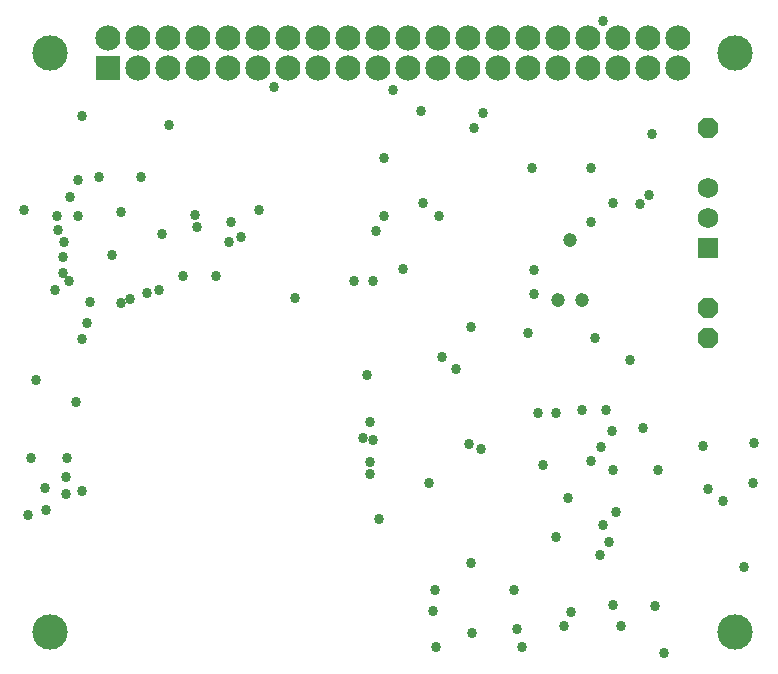
<source format=gbs>
G75*
%MOIN*%
%OFA0B0*%
%FSLAX25Y25*%
%IPPOS*%
%LPD*%
%AMOC8*
5,1,8,0,0,1.08239X$1,22.5*
%
%ADD10C,0.11824*%
%ADD11R,0.08400X0.08400*%
%ADD12C,0.08400*%
%ADD13OC8,0.06737*%
%ADD14R,0.06800X0.06800*%
%ADD15C,0.06800*%
%ADD16C,0.04700*%
%ADD17C,0.03400*%
D10*
X0092327Y0020973D03*
X0320673Y0020973D03*
X0320673Y0213886D03*
X0092327Y0213886D03*
D11*
X0111500Y0208886D03*
D12*
X0121500Y0208886D03*
X0131500Y0208886D03*
X0141500Y0208886D03*
X0151500Y0208886D03*
X0161500Y0208886D03*
X0171500Y0208886D03*
X0181500Y0208886D03*
X0191500Y0208886D03*
X0201500Y0208886D03*
X0211500Y0208886D03*
X0221500Y0208886D03*
X0231500Y0208886D03*
X0241500Y0208886D03*
X0251500Y0208886D03*
X0261500Y0208886D03*
X0271500Y0208886D03*
X0281500Y0208886D03*
X0291500Y0208886D03*
X0301500Y0208886D03*
X0301500Y0218886D03*
X0291500Y0218886D03*
X0281500Y0218886D03*
X0271500Y0218886D03*
X0261500Y0218886D03*
X0251500Y0218886D03*
X0241500Y0218886D03*
X0231500Y0218886D03*
X0221500Y0218886D03*
X0211500Y0218886D03*
X0201500Y0218886D03*
X0191500Y0218886D03*
X0181500Y0218886D03*
X0171500Y0218886D03*
X0161500Y0218886D03*
X0151500Y0218886D03*
X0141500Y0218886D03*
X0131500Y0218886D03*
X0121500Y0218886D03*
X0111500Y0218886D03*
D13*
X0311500Y0188886D03*
X0311500Y0128886D03*
X0311500Y0118886D03*
D14*
X0311500Y0148886D03*
D15*
X0311500Y0158886D03*
X0311500Y0168886D03*
D16*
X0265500Y0151386D03*
X0261500Y0131386D03*
X0269500Y0131386D03*
D17*
X0085000Y0059886D03*
X0091000Y0061386D03*
X0097500Y0066886D03*
X0103000Y0067886D03*
X0097500Y0072386D03*
X0098000Y0078886D03*
X0086000Y0078886D03*
X0090500Y0068886D03*
X0101000Y0097386D03*
X0087500Y0104886D03*
X0103000Y0118386D03*
X0104700Y0123886D03*
X0105500Y0130886D03*
X0098700Y0137686D03*
X0096500Y0140386D03*
X0096500Y0145886D03*
X0097000Y0150886D03*
X0095000Y0154886D03*
X0094500Y0159386D03*
X0101500Y0159386D03*
X0099000Y0165886D03*
X0101500Y0171386D03*
X0108500Y0172386D03*
X0116000Y0160886D03*
X0122500Y0172386D03*
X0140500Y0159886D03*
X0141300Y0155686D03*
X0152500Y0157386D03*
X0156000Y0152386D03*
X0151900Y0150686D03*
X0147500Y0139386D03*
X0136500Y0139386D03*
X0128500Y0134886D03*
X0124500Y0133886D03*
X0119000Y0131886D03*
X0116000Y0130386D03*
X0113000Y0146386D03*
X0129500Y0153386D03*
X0162000Y0161386D03*
X0193500Y0137886D03*
X0200000Y0137886D03*
X0210000Y0141886D03*
X0201000Y0154386D03*
X0203500Y0159386D03*
X0216500Y0163886D03*
X0222000Y0159386D03*
X0203500Y0178886D03*
X0216000Y0194386D03*
X0206500Y0201386D03*
X0233500Y0188886D03*
X0236500Y0193886D03*
X0253000Y0175386D03*
X0272500Y0175386D03*
X0280000Y0163886D03*
X0272500Y0157386D03*
X0289000Y0163386D03*
X0292000Y0166386D03*
X0293000Y0186886D03*
X0276500Y0224386D03*
X0253500Y0141386D03*
X0253500Y0133386D03*
X0251500Y0120386D03*
X0232500Y0122386D03*
X0223000Y0112386D03*
X0227500Y0108386D03*
X0255000Y0093886D03*
X0261000Y0093886D03*
X0269500Y0094886D03*
X0277500Y0094886D03*
X0279500Y0087886D03*
X0276000Y0082386D03*
X0272500Y0077886D03*
X0280000Y0074886D03*
X0295000Y0074886D03*
X0290000Y0088886D03*
X0310000Y0082886D03*
X0311500Y0068386D03*
X0316500Y0064386D03*
X0326500Y0070386D03*
X0327000Y0083886D03*
X0285500Y0111386D03*
X0274000Y0118886D03*
X0236000Y0081886D03*
X0232000Y0083386D03*
X0218500Y0070386D03*
X0202000Y0058386D03*
X0199000Y0073386D03*
X0199000Y0077386D03*
X0200000Y0084886D03*
X0196500Y0085386D03*
X0199000Y0090886D03*
X0198000Y0106386D03*
X0174100Y0132086D03*
X0132000Y0189886D03*
X0103000Y0192886D03*
X0083500Y0161386D03*
X0094000Y0134886D03*
X0167000Y0202386D03*
X0256500Y0076386D03*
X0265000Y0065386D03*
X0276500Y0056386D03*
X0278500Y0050886D03*
X0275500Y0046386D03*
X0261000Y0052386D03*
X0281000Y0060886D03*
X0247000Y0034886D03*
X0232500Y0043886D03*
X0220500Y0034886D03*
X0220000Y0027886D03*
X0221000Y0015886D03*
X0233000Y0020386D03*
X0248000Y0021886D03*
X0249500Y0015886D03*
X0263500Y0022886D03*
X0266000Y0027386D03*
X0280000Y0029886D03*
X0282500Y0022886D03*
X0294000Y0029386D03*
X0297000Y0013886D03*
X0323500Y0042386D03*
M02*

</source>
